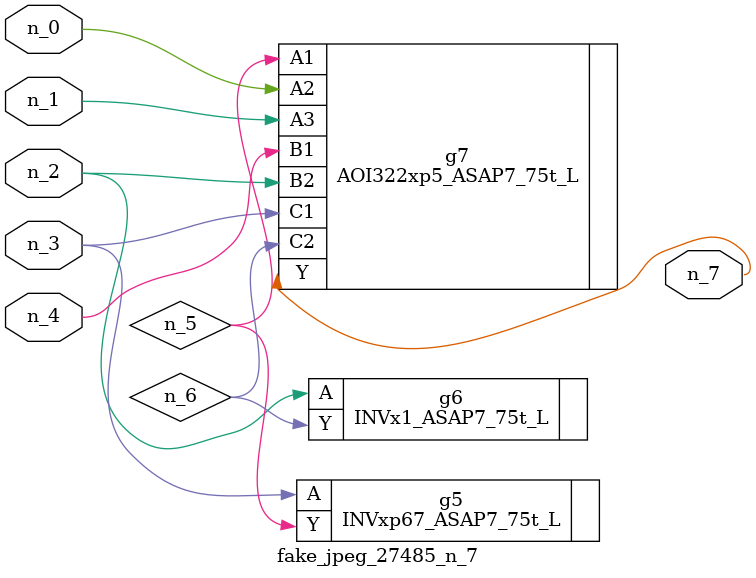
<source format=v>
module fake_jpeg_27485_n_7 (n_3, n_2, n_1, n_0, n_4, n_7);

input n_3;
input n_2;
input n_1;
input n_0;
input n_4;

output n_7;

wire n_6;
wire n_5;

INVxp67_ASAP7_75t_L g5 ( 
.A(n_3),
.Y(n_5)
);

INVx1_ASAP7_75t_L g6 ( 
.A(n_2),
.Y(n_6)
);

AOI322xp5_ASAP7_75t_L g7 ( 
.A1(n_5),
.A2(n_0),
.A3(n_1),
.B1(n_4),
.B2(n_2),
.C1(n_3),
.C2(n_6),
.Y(n_7)
);


endmodule
</source>
